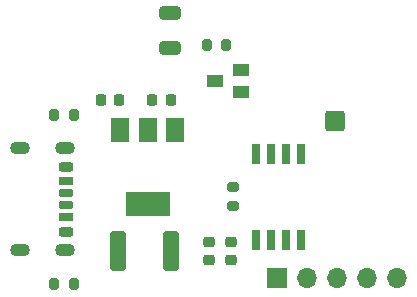
<source format=gbs>
G04 #@! TF.GenerationSoftware,KiCad,Pcbnew,7.0.9*
G04 #@! TF.CreationDate,2024-04-06T01:03:45+02:00*
G04 #@! TF.ProjectId,v3,76332e6b-6963-4616-945f-706362585858,rev?*
G04 #@! TF.SameCoordinates,Original*
G04 #@! TF.FileFunction,Soldermask,Bot*
G04 #@! TF.FilePolarity,Negative*
%FSLAX46Y46*%
G04 Gerber Fmt 4.6, Leading zero omitted, Abs format (unit mm)*
G04 Created by KiCad (PCBNEW 7.0.9) date 2024-04-06 01:03:45*
%MOMM*%
%LPD*%
G01*
G04 APERTURE LIST*
G04 Aperture macros list*
%AMRoundRect*
0 Rectangle with rounded corners*
0 $1 Rounding radius*
0 $2 $3 $4 $5 $6 $7 $8 $9 X,Y pos of 4 corners*
0 Add a 4 corners polygon primitive as box body*
4,1,4,$2,$3,$4,$5,$6,$7,$8,$9,$2,$3,0*
0 Add four circle primitives for the rounded corners*
1,1,$1+$1,$2,$3*
1,1,$1+$1,$4,$5*
1,1,$1+$1,$6,$7*
1,1,$1+$1,$8,$9*
0 Add four rect primitives between the rounded corners*
20,1,$1+$1,$2,$3,$4,$5,0*
20,1,$1+$1,$4,$5,$6,$7,0*
20,1,$1+$1,$6,$7,$8,$9,0*
20,1,$1+$1,$8,$9,$2,$3,0*%
G04 Aperture macros list end*
%ADD10R,0.650000X1.700000*%
%ADD11RoundRect,0.225000X0.225000X0.250000X-0.225000X0.250000X-0.225000X-0.250000X0.225000X-0.250000X0*%
%ADD12RoundRect,0.225000X0.250000X-0.225000X0.250000X0.225000X-0.250000X0.225000X-0.250000X-0.225000X0*%
%ADD13RoundRect,0.200000X-0.275000X0.200000X-0.275000X-0.200000X0.275000X-0.200000X0.275000X0.200000X0*%
%ADD14RoundRect,0.200000X0.200000X0.275000X-0.200000X0.275000X-0.200000X-0.275000X0.200000X-0.275000X0*%
%ADD15RoundRect,0.250000X-0.400000X-1.450000X0.400000X-1.450000X0.400000X1.450000X-0.400000X1.450000X0*%
%ADD16RoundRect,0.250000X0.600000X0.600000X-0.600000X0.600000X-0.600000X-0.600000X0.600000X-0.600000X0*%
%ADD17R,1.500000X2.000000*%
%ADD18R,3.800000X2.000000*%
%ADD19RoundRect,0.250000X0.650000X-0.325000X0.650000X0.325000X-0.650000X0.325000X-0.650000X-0.325000X0*%
%ADD20R,1.700000X1.700000*%
%ADD21O,1.700000X1.700000*%
%ADD22R,1.400000X1.000000*%
%ADD23RoundRect,0.175000X0.425000X-0.175000X0.425000X0.175000X-0.425000X0.175000X-0.425000X-0.175000X0*%
%ADD24RoundRect,0.190000X-0.410000X0.190000X-0.410000X-0.190000X0.410000X-0.190000X0.410000X0.190000X0*%
%ADD25RoundRect,0.200000X-0.400000X0.200000X-0.400000X-0.200000X0.400000X-0.200000X0.400000X0.200000X0*%
%ADD26RoundRect,0.175000X-0.425000X0.175000X-0.425000X-0.175000X0.425000X-0.175000X0.425000X0.175000X0*%
%ADD27RoundRect,0.190000X0.410000X-0.190000X0.410000X0.190000X-0.410000X0.190000X-0.410000X-0.190000X0*%
%ADD28RoundRect,0.200000X0.400000X-0.200000X0.400000X0.200000X-0.400000X0.200000X-0.400000X-0.200000X0*%
%ADD29O,1.700000X1.100000*%
G04 APERTURE END LIST*
D10*
X152595000Y-92250000D03*
X153865000Y-92250000D03*
X155135000Y-92250000D03*
X156405000Y-92250000D03*
X156405000Y-99550000D03*
X155135000Y-99550000D03*
X153865000Y-99550000D03*
X152595000Y-99550000D03*
D11*
X141000000Y-87700000D03*
X139450000Y-87700000D03*
D12*
X150500000Y-101250000D03*
X150500000Y-99700000D03*
D13*
X150600000Y-95050000D03*
X150600000Y-96700000D03*
D14*
X137150000Y-89000000D03*
X135500000Y-89000000D03*
D15*
X140900000Y-100500000D03*
X145350000Y-100500000D03*
D14*
X137150000Y-103300000D03*
X135500000Y-103300000D03*
D16*
X159300000Y-89500000D03*
D17*
X141100000Y-90200000D03*
X143400000Y-90200000D03*
D18*
X143400000Y-96500000D03*
D17*
X145700000Y-90200000D03*
D19*
X145300000Y-83300000D03*
X145300000Y-80350000D03*
D20*
X154360000Y-102800000D03*
D21*
X156900000Y-102800000D03*
X159440000Y-102800000D03*
X161980000Y-102800000D03*
X164520000Y-102800000D03*
D14*
X150050000Y-83000000D03*
X148400000Y-83000000D03*
D22*
X149100000Y-86100000D03*
X151300000Y-87050000D03*
X151300000Y-85150000D03*
D23*
X136480000Y-96580000D03*
D24*
X136480000Y-94560000D03*
D25*
X136480000Y-93330000D03*
D26*
X136480000Y-95580000D03*
D27*
X136480000Y-97600000D03*
D28*
X136480000Y-98830000D03*
D29*
X132600000Y-100400000D03*
X136400000Y-100400000D03*
X132600000Y-91760000D03*
X136400000Y-91760000D03*
D12*
X148600000Y-101250000D03*
X148600000Y-99700000D03*
D11*
X145350000Y-87700000D03*
X143800000Y-87700000D03*
M02*

</source>
